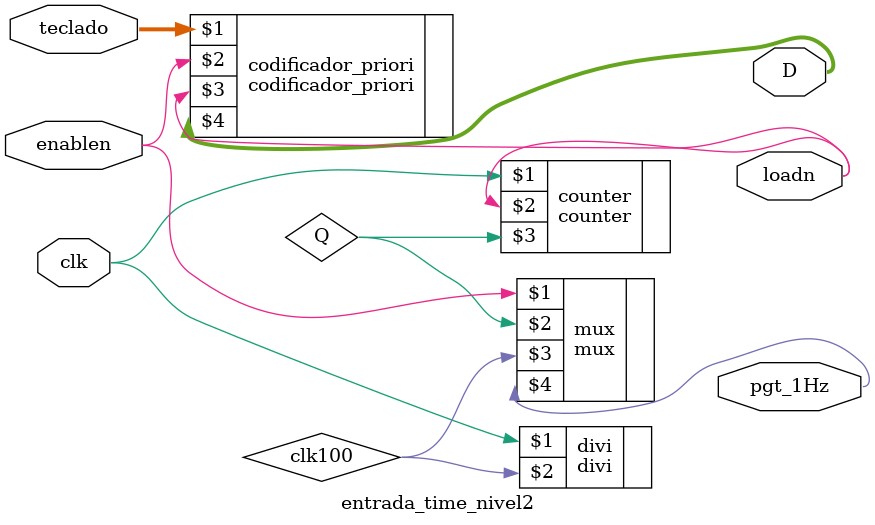
<source format=v>
`include "nivel3/codificador_priori/codificador_priori.v"
`include "nivel3/cont_assincrono/counter_assin.v"
`include "nivel3/divisor_freq/divi.v"
`include "nivel3/mux/mux.v"

module entrada_time_nivel2(input [9:0] teclado,
    input enablen,
    input clk,
    output [3:0] D,
    output loadn,
    output pgt_1Hz
);

    wire clk100, Q;
    wire load;

    codificador_priori codificador_priori(teclado, enablen, loadn, D);
    divi divi(clk, clk100);
    counter counter(clk, loadn, Q);
    mux mux(enablen, Q, clk100, pgt_1Hz);


endmodule
</source>
